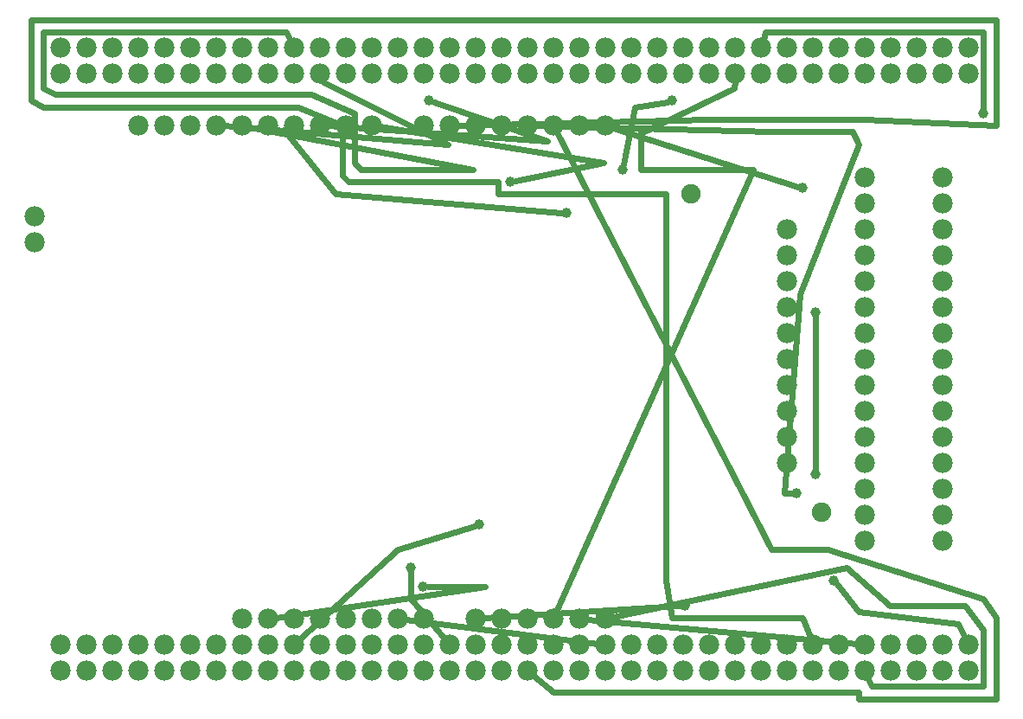
<source format=gtl>
G04 MADE WITH FRITZING*
G04 WWW.FRITZING.ORG*
G04 DOUBLE SIDED*
G04 HOLES PLATED*
G04 CONTOUR ON CENTER OF CONTOUR VECTOR*
%ASAXBY*%
%FSLAX23Y23*%
%MOIN*%
%OFA0B0*%
%SFA1.0B1.0*%
%ADD10C,0.078000*%
%ADD11C,0.039370*%
%ADD12C,0.075000*%
%ADD13C,0.024000*%
%LNCOPPER1*%
G90*
G70*
G54D10*
X174Y2433D03*
X274Y2433D03*
X374Y2433D03*
X474Y2433D03*
X574Y2433D03*
X674Y2433D03*
X774Y2433D03*
X874Y2433D03*
X974Y2433D03*
X1074Y2433D03*
X1174Y2433D03*
X1274Y2433D03*
X1374Y2433D03*
X1474Y2433D03*
X1574Y2433D03*
X1674Y2433D03*
X1774Y2433D03*
X1874Y2433D03*
X1974Y2433D03*
X2074Y2433D03*
X2174Y2433D03*
X2274Y2433D03*
X2374Y2433D03*
X2474Y2433D03*
X2574Y2433D03*
X2674Y2433D03*
X2774Y2433D03*
X2874Y2433D03*
X2974Y2433D03*
X3074Y2433D03*
X3174Y2433D03*
X3274Y2433D03*
X3374Y2433D03*
X3474Y2433D03*
X3574Y2433D03*
X3674Y2433D03*
X174Y2533D03*
X274Y2533D03*
X374Y2533D03*
X474Y2533D03*
X574Y2533D03*
X674Y2533D03*
X774Y2533D03*
X874Y2533D03*
X974Y2533D03*
X1074Y2533D03*
X1174Y2533D03*
X1274Y2533D03*
X1374Y2533D03*
X1474Y2533D03*
X1574Y2533D03*
X1674Y2533D03*
X1774Y2533D03*
X1874Y2533D03*
X1974Y2533D03*
X2074Y2533D03*
X2174Y2533D03*
X2274Y2533D03*
X2374Y2533D03*
X2474Y2533D03*
X2574Y2533D03*
X2674Y2533D03*
X2774Y2533D03*
X2874Y2533D03*
X2974Y2533D03*
X3074Y2533D03*
X3174Y2533D03*
X3274Y2533D03*
X3374Y2533D03*
X3474Y2533D03*
X3574Y2533D03*
X3674Y2533D03*
X174Y233D03*
X274Y233D03*
X374Y233D03*
X474Y233D03*
X574Y233D03*
X674Y233D03*
X774Y233D03*
X874Y233D03*
X974Y233D03*
X1074Y233D03*
X1174Y233D03*
X1274Y233D03*
X1374Y233D03*
X1474Y233D03*
X1574Y233D03*
X1674Y233D03*
X1774Y233D03*
X1874Y233D03*
X1974Y233D03*
X2074Y233D03*
X2174Y233D03*
X2274Y233D03*
X2374Y233D03*
X2474Y233D03*
X2574Y233D03*
X2674Y233D03*
X2774Y233D03*
X2874Y233D03*
X2974Y233D03*
X3074Y233D03*
X3174Y233D03*
X3274Y233D03*
X3374Y233D03*
X3474Y233D03*
X3574Y233D03*
X3674Y233D03*
X174Y133D03*
X274Y133D03*
X374Y133D03*
X474Y133D03*
X574Y133D03*
X674Y133D03*
X774Y133D03*
X874Y133D03*
X974Y133D03*
X1074Y133D03*
X1174Y133D03*
X1274Y133D03*
X1374Y133D03*
X1474Y133D03*
X1574Y133D03*
X1674Y133D03*
X1774Y133D03*
X1874Y133D03*
X1974Y133D03*
X2074Y133D03*
X2174Y133D03*
X2274Y133D03*
X2374Y133D03*
X2474Y133D03*
X2574Y133D03*
X2674Y133D03*
X2774Y133D03*
X2874Y133D03*
X2974Y133D03*
X3074Y133D03*
X3174Y133D03*
X3274Y133D03*
X3374Y133D03*
X3474Y133D03*
X3574Y133D03*
X3674Y133D03*
X2274Y333D03*
X2174Y333D03*
X2074Y333D03*
X1974Y333D03*
X1874Y333D03*
X1774Y333D03*
X1574Y333D03*
X1474Y333D03*
X1374Y333D03*
X1274Y333D03*
X1174Y333D03*
X1074Y333D03*
X974Y333D03*
X874Y333D03*
X2274Y2233D03*
X2174Y2233D03*
X2074Y2233D03*
X1974Y2233D03*
X1874Y2233D03*
X1774Y2233D03*
X1674Y2233D03*
X1574Y2233D03*
X1374Y2233D03*
X1274Y2233D03*
X1174Y2233D03*
X1074Y2233D03*
X974Y2233D03*
X874Y2233D03*
X774Y2233D03*
X674Y2233D03*
X574Y2233D03*
X474Y2233D03*
X1374Y2233D03*
X1274Y2233D03*
X1174Y2233D03*
X1074Y2233D03*
X974Y2233D03*
X874Y2233D03*
X774Y2233D03*
X674Y2233D03*
X574Y2233D03*
X474Y2233D03*
G54D11*
X3156Y480D03*
X2340Y2064D03*
X2532Y2328D03*
X1572Y456D03*
X1596Y2328D03*
X2580Y384D03*
X3732Y2280D03*
X1908Y2016D03*
X1524Y528D03*
X3012Y816D03*
X1044Y2208D03*
X2124Y1896D03*
G54D12*
X3108Y744D03*
X2604Y1968D03*
G54D11*
X3084Y888D03*
X3084Y1512D03*
X3036Y1992D03*
X1788Y696D03*
G54D10*
X2974Y933D03*
X2974Y1033D03*
X2974Y1133D03*
X2974Y1233D03*
X2974Y1333D03*
X2974Y1433D03*
X2974Y1533D03*
X2974Y1633D03*
X2974Y1733D03*
X2974Y1833D03*
X2974Y933D03*
X2974Y1033D03*
X2974Y1133D03*
X2974Y1233D03*
X2974Y1333D03*
X2974Y1433D03*
X2974Y1533D03*
X2974Y1633D03*
X2974Y1733D03*
X2974Y1833D03*
X3274Y633D03*
X3274Y733D03*
X3274Y833D03*
X3274Y933D03*
X3274Y1033D03*
X3274Y1133D03*
X3274Y1233D03*
X3274Y1333D03*
X3274Y1433D03*
X3274Y1533D03*
X3274Y1633D03*
X3274Y1733D03*
X3274Y1833D03*
X3274Y1933D03*
X3274Y2033D03*
X3574Y633D03*
X3574Y733D03*
X3574Y833D03*
X3574Y933D03*
X3574Y1033D03*
X3574Y1133D03*
X3574Y1233D03*
X3574Y1333D03*
X3574Y1433D03*
X3574Y1533D03*
X3574Y1633D03*
X3574Y1733D03*
X3574Y1833D03*
X3574Y1933D03*
X3574Y2033D03*
X74Y1883D03*
X74Y1783D03*
G54D13*
X1504Y329D02*
X2244Y237D01*
D02*
X2204Y330D02*
X3244Y236D01*
D02*
X2086Y360D02*
X2844Y2064D01*
D02*
X2844Y2064D02*
X2412Y2064D01*
D02*
X2412Y2064D02*
X2412Y2208D01*
D02*
X2412Y2208D02*
X2424Y2208D01*
D02*
X2424Y2208D02*
X2772Y2376D01*
D02*
X2772Y2376D02*
X2773Y2403D01*
D02*
X3168Y465D02*
X3252Y360D01*
X3252Y360D02*
X3636Y312D01*
X3636Y312D02*
X3661Y260D01*
D02*
X2303Y339D02*
X3204Y528D01*
X3204Y528D02*
X3372Y384D01*
X3372Y384D02*
X3660Y384D01*
X3660Y384D02*
X3732Y288D01*
X3732Y288D02*
X3732Y72D01*
X3732Y72D02*
X3300Y72D01*
X3300Y72D02*
X3286Y105D01*
D02*
X2344Y2082D02*
X2388Y2304D01*
D02*
X2388Y2304D02*
X2513Y2324D01*
D02*
X804Y2231D02*
X1668Y2160D01*
D02*
X1668Y2160D02*
X1188Y2400D01*
D02*
X1188Y2400D02*
X1186Y2405D01*
D02*
X1004Y337D02*
X1812Y456D01*
X1812Y456D02*
X1591Y456D01*
D02*
X1614Y2321D02*
X2052Y2172D01*
D02*
X2052Y2172D02*
X1204Y2231D01*
D02*
X1804Y335D02*
X2561Y382D01*
D02*
X3732Y2299D02*
X3732Y2592D01*
D02*
X3732Y2592D02*
X2892Y2592D01*
X2892Y2592D02*
X2883Y2562D01*
D02*
X1060Y2560D02*
X1044Y2592D01*
D02*
X1044Y2592D02*
X108Y2592D01*
X108Y2592D02*
X108Y2376D01*
X108Y2376D02*
X156Y2352D01*
X156Y2352D02*
X1140Y2352D01*
X1140Y2352D02*
X1308Y2280D01*
D02*
X1308Y2280D02*
X1308Y2088D01*
D02*
X1308Y2088D02*
X1332Y2064D01*
D02*
X1332Y2064D02*
X1764Y2064D01*
D02*
X1764Y2064D02*
X903Y2227D01*
D02*
X1927Y2019D02*
X2268Y2088D01*
D02*
X2268Y2088D02*
X1404Y2228D01*
D02*
X1997Y114D02*
X2076Y48D01*
X2076Y48D02*
X3252Y48D01*
X3252Y48D02*
X3252Y24D01*
X3252Y24D02*
X3780Y24D01*
X3780Y24D02*
X3780Y336D01*
X3780Y336D02*
X3732Y408D01*
X3732Y408D02*
X3132Y600D01*
X3132Y600D02*
X2916Y600D01*
X2916Y600D02*
X2088Y2206D01*
D02*
X1654Y256D02*
X1524Y408D01*
X1524Y408D02*
X1524Y509D01*
D02*
X2993Y816D02*
X2964Y816D01*
X2964Y816D02*
X3024Y1584D01*
X3024Y1584D02*
X3252Y2160D01*
D02*
X3252Y2160D02*
X3228Y2208D01*
D02*
X3228Y2208D02*
X2916Y2208D01*
D02*
X2916Y2208D02*
X2004Y2232D01*
D02*
X1704Y2234D02*
X2676Y2256D01*
D02*
X2676Y2256D02*
X3276Y2256D01*
D02*
X3276Y2256D02*
X3780Y2232D01*
D02*
X3780Y2232D02*
X3780Y2640D01*
D02*
X3780Y2640D02*
X60Y2640D01*
X60Y2640D02*
X60Y2328D01*
D02*
X60Y2328D02*
X108Y2304D01*
D02*
X108Y2304D02*
X1092Y2304D01*
D02*
X1092Y2304D02*
X1260Y2232D01*
D02*
X1260Y2232D02*
X1260Y2040D01*
D02*
X1260Y2040D02*
X1284Y2016D01*
D02*
X1284Y2016D02*
X1860Y2016D01*
D02*
X1860Y2016D02*
X1860Y1968D01*
D02*
X1860Y1968D02*
X2508Y1968D01*
D02*
X2508Y1968D02*
X2508Y480D01*
X2508Y480D02*
X2532Y336D01*
X2532Y336D02*
X3036Y336D01*
X3036Y336D02*
X3063Y261D01*
D02*
X1056Y2193D02*
X1236Y1968D01*
D02*
X1236Y1968D02*
X2105Y1897D01*
D02*
X3084Y907D02*
X3084Y1493D01*
D02*
X3018Y1997D02*
X2303Y2224D01*
D02*
X1770Y690D02*
X1476Y600D01*
X1476Y600D02*
X1096Y253D01*
G04 End of Copper1*
M02*
</source>
